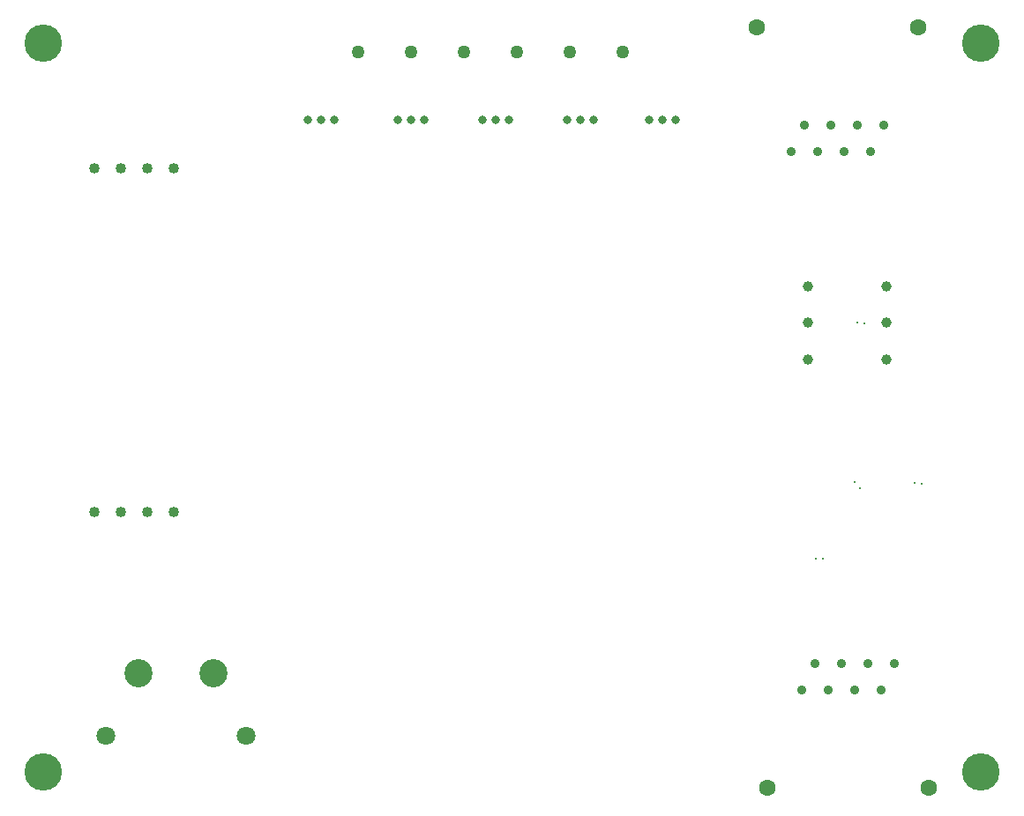
<source format=gbr>
%TF.GenerationSoftware,Altium Limited,Altium Designer,25.2.1 (25)*%
G04 Layer_Color=0*
%FSLAX45Y45*%
%MOMM*%
%TF.SameCoordinates,918F7520-6D5E-4649-A0F8-73A0CF3CBC90*%
%TF.FilePolarity,Positive*%
%TF.FileFunction,Plated,1,2,PTH,Drill*%
%TF.Part,Single*%
G01*
G75*
%TA.AperFunction,ComponentDrill*%
%ADD54C,0.90000*%
%ADD55C,1.60000*%
%ADD56C,0.80000*%
%ADD57C,1.27000*%
%ADD58C,1.80000*%
%ADD59C,2.70000*%
%TA.AperFunction,OtherDrill,Free Pad (95mm,75mm)*%
%ADD60C,3.60000*%
%TA.AperFunction,OtherDrill,Free Pad (5mm,75mm)*%
%ADD61C,3.60000*%
%TA.AperFunction,OtherDrill,Free Pad (5mm,5mm)*%
%ADD62C,3.60000*%
%TA.AperFunction,OtherDrill,Free Pad (95mm,5mm)*%
%ADD63C,3.60000*%
%TA.AperFunction,ComponentDrill*%
%ADD64C,1.00000*%
%ADD65C,1.01600*%
%TA.AperFunction,ViaDrill,NotFilled*%
%ADD66C,0.30000*%
D54*
X8673000Y1539000D02*
D03*
X8419000D02*
D03*
X8546000Y1285000D02*
D03*
X8292000D02*
D03*
X8165000Y1539000D02*
D03*
X7911000D02*
D03*
X8038000Y1285000D02*
D03*
X7784000D02*
D03*
X7684000Y6461000D02*
D03*
X7938000D02*
D03*
X8192000D02*
D03*
X8446000D02*
D03*
X7811000Y6715000D02*
D03*
X8065000D02*
D03*
X8319000D02*
D03*
X8573000D02*
D03*
D55*
X9003500Y345000D02*
D03*
X7453500D02*
D03*
X7353500Y7655000D02*
D03*
X8903500D02*
D03*
D56*
X3170800Y6766800D02*
D03*
X3297800D02*
D03*
X3043800D02*
D03*
X4034400D02*
D03*
X4161400D02*
D03*
X3907400D02*
D03*
X5660000D02*
D03*
X5787000D02*
D03*
X5533000D02*
D03*
X6447400D02*
D03*
X6574400D02*
D03*
X6320400D02*
D03*
X4847200D02*
D03*
X4974200D02*
D03*
X4720200D02*
D03*
D57*
X3526400Y7423000D02*
D03*
X4034400D02*
D03*
X5558400D02*
D03*
X6066400D02*
D03*
X4542400D02*
D03*
X5050400D02*
D03*
D58*
X1100000Y850000D02*
D03*
X2450000D02*
D03*
D59*
X2135000Y1450000D02*
D03*
X1415000D02*
D03*
D60*
X9500000Y7500000D02*
D03*
D61*
X500000D02*
D03*
D62*
Y500000D02*
D03*
D63*
X9500000D02*
D03*
D64*
X7844820Y5165840D02*
D03*
Y4815840D02*
D03*
Y4465840D02*
D03*
X8594820Y5165840D02*
D03*
Y4815840D02*
D03*
Y4465840D02*
D03*
D65*
X1754000Y6302000D02*
D03*
X1500000D02*
D03*
X992000D02*
D03*
X1246000D02*
D03*
X992000Y3000000D02*
D03*
X1246000D02*
D03*
X1754000D02*
D03*
X1500000D02*
D03*
D66*
X8934814Y3271520D02*
D03*
X8864354Y3278127D02*
D03*
X7984419Y2550979D02*
D03*
X7920919D02*
D03*
X8315979Y4821571D02*
D03*
X8379223Y4814845D02*
D03*
X8286679Y3291021D02*
D03*
X8341740Y3228340D02*
D03*
%TF.MD5,551c92971b8933fa71cfbff2b6593324*%
M02*

</source>
